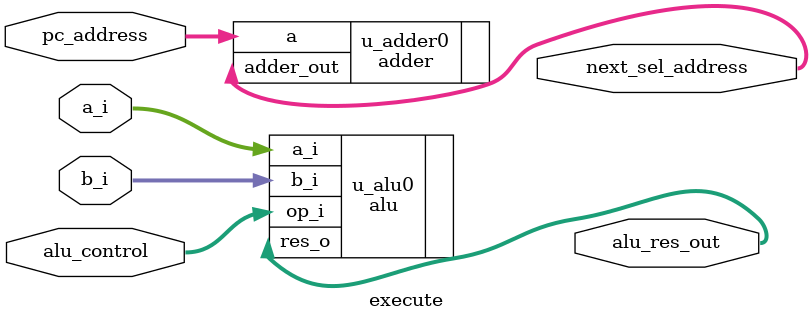
<source format=v>
module execute (
	 //inputs to the alu: a and b
    input wire [31:0] a_i,
    input wire [31:0] b_i,
	 //alu control signal
    input wire [3:0]  alu_control,
    input wire [31:0] pc_address,
	 //alu output
    output wire [31:0] alu_res_out,
	 //we dont compute pc+immediate inside immediate generator here
	 //so we need to use alu for that but we also need to save pc+4 in rd
	 //inorder to do that we use seperate adder for calculate pc+4 and this pc+4(next_sel_address) 
	 //goes to mux in write stage 
    output wire [31:0] next_sel_address
    );

    // ALU
    alu u_alu0 
    (
        .a_i(a_i),
        .b_i(b_i),
        .op_i(alu_control),
        .res_o(alu_res_out)
    );
    //adder
    adder u_adder0(
        .a(pc_address),
        .adder_out(next_sel_address)
    );
endmodule
</source>
